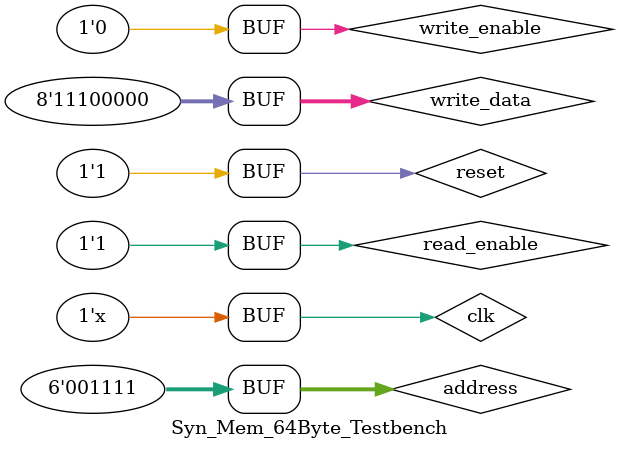
<source format=v>
`timescale 1ns / 1ps
module Syn_Mem_64Byte_Testbench();
    reg clk, reset, write_enable, read_enable;
    reg [5:0] address;
    reg [7:0] write_data;
    wire [7:0] read_data;
    syn_Mem_64Byte syn_Mem_64Byte_0 (read_data, write_data, address, read_enable, write_enable, reset, clk);
    initial 
    begin
    clk         <= 1'b0; 
    reset        <= 1'b1;
    write_enable    <= 1'b0; 
    read_enable    <= 1'b0;
    address        <= 6'd0;
    write_data    <= 8'd0;
    #10; 
    reset           <= 1'b0;
    write_enable    <= 1'b1;
    read_enable    <= 1'b0;
    address        <= 6'd0;
    write_data    <= 8'b11111111;
    #10;
    write_enable    <= 1'b0;
    read_enable    <= 1'b1;
    address        <= 6'd0;
    write_data    <= 8'b11111111;
    #10;   
    write_enable    <= 1'b1;
    read_enable    <= 1'b1;
    address        <= 6'd2;
    write_data    <= 8'b11111100;
    #10 
    write_enable    <= 1'b1;
    read_enable    <= 1'b0;
    address        <= 6'd3;
    write_data    <= 8'b11111000;
    #10 
    write_enable    <= 1'b0;
    read_enable    <= 1'b1;
    address        <= 6'd3;
    write_data    <= 8'b11110000;
    #10
    
    reset        <= 1'b1;
    address        <= 6'd15;
    write_data    <= 8'b11100000;    
    end
    
    always #5 clk = ~clk;   
endmodule

</source>
